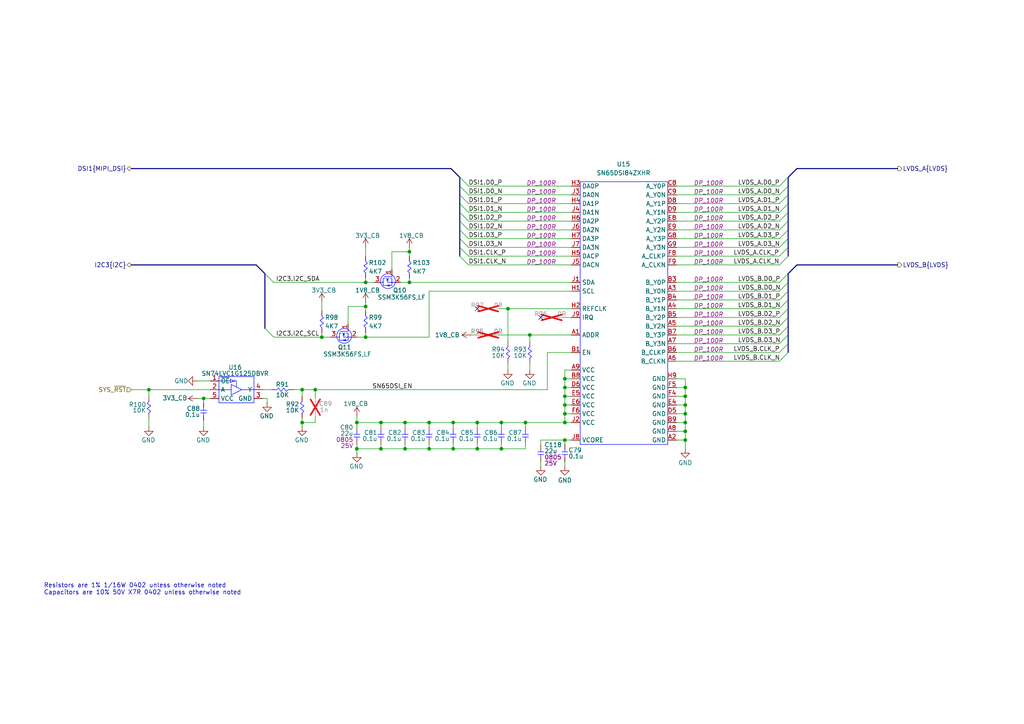
<source format=kicad_sch>
(kicad_sch (version 20250114) (generator "eeschema") (generator_version "9.0")
  (paper "A4")
  (title_block (title "RPI CMx Carrier") (date "2025-12-07") (rev "2.00-0A") (comment 1 "Jean-Francois Bilodeau") (comment 2 "P.Eng #6022173") (comment 3 "203-1690 Rue des quatre-saisons") (comment 4 "Sherbrooke, Canada, J1E0N2") (comment 5 "KiCad Rev 9.0") (comment 6 "TBD") (comment 7 "TBD") (comment 8 "WIP"))
  (bus_alias "LVDS" (members "D0_P" "D0_N" "D1_P" "D1_N" "D2_P" "D2_N" "D3_P" "D3_N" "CLK_P" "CLK_N"))
  (bus_alias "MIPI_DSI" (members "D0_P" "D0_N" "D1_P" "D1_N" "D2_P" "D2_N" "D3_P" "D3_N" "CLK_P" "CLK_N"))
  (text "Resistors are 1% 1/16W 0402 unless otherwise noted\nCapacitors are 10% 50V X7R 0402 unless otherwise noted" (at 12.7 170.942 0) (effects (font (size 1.27 1.27)) (justify left)))
  (junction (at 59.055 115.57))
  (junction (at 131.445 130.175))
  (junction (at 198.755 114.935))
  (junction (at 198.755 112.395))
  (junction (at 110.49 130.175))
  (junction (at 103.505 130.175))
  (junction (at 198.755 125.095))
  (junction (at 198.755 127.635))
  (junction (at 93.345 97.79))
  (junction (at 117.475 122.555))
  (junction (at 87.63 122.555))
  (junction (at 91.44 113.03))
  (junction (at 163.83 127.635))
  (junction (at 118.745 73.025))
  (junction (at 163.83 114.935))
  (junction (at 147.32 89.535))
  (junction (at 106.045 97.79))
  (junction (at 131.445 122.555))
  (junction (at 163.83 120.015))
  (junction (at 163.83 112.395))
  (junction (at 110.49 122.555))
  (junction (at 117.475 130.175))
  (junction (at 87.63 113.03))
  (junction (at 198.755 120.015))
  (junction (at 198.755 122.555))
  (junction (at 118.745 81.915))
  (junction (at 103.505 122.555))
  (junction (at 138.43 122.555))
  (junction (at 145.415 122.555))
  (junction (at 163.83 117.475))
  (junction (at 153.67 97.155))
  (junction (at 163.83 109.855))
  (junction (at 106.045 88.9))
  (junction (at 106.045 81.915))
  (junction (at 163.83 122.555))
  (junction (at 124.46 130.175))
  (junction (at 198.755 117.475))
  (junction (at 138.43 130.175))
  (junction (at 43.18 113.03))
  (junction (at 145.415 130.175))
  (junction (at 152.4 122.555))
  (junction (at 124.46 122.555))
  (no_connect (at 138.43 89.535))
  (no_connect (at 156.845 92.075))
  (bus_entry (at 133.35 64.135) (size 2.54 2.54))
  (bus_entry (at 228.6 89.535) (size -2.54 2.54))
  (bus_entry (at 133.35 51.435) (size 2.54 2.54))
  (bus_entry (at 76.835 95.25) (size 2.54 2.54))
  (bus_entry (at 133.35 69.215) (size 2.54 2.54))
  (bus_entry (at 228.6 69.215) (size -2.54 2.54))
  (bus_entry (at 76.835 79.375) (size 2.54 2.54))
  (bus_entry (at 228.6 64.135) (size -2.54 2.54))
  (bus_entry (at 228.6 71.755) (size -2.54 2.54))
  (bus_entry (at 133.35 71.755) (size 2.54 2.54))
  (bus_entry (at 228.6 79.375) (size -2.54 2.54))
  (bus_entry (at 228.6 97.155) (size -2.54 2.54))
  (bus_entry (at 228.6 92.075) (size -2.54 2.54))
  (bus_entry (at 228.6 74.295) (size -2.54 2.54))
  (bus_entry (at 133.35 53.975) (size 2.54 2.54))
  (bus_entry (at 133.35 59.055) (size 2.54 2.54))
  (bus_entry (at 133.35 74.295) (size 2.54 2.54))
  (bus_entry (at 228.6 99.695) (size -2.54 2.54))
  (bus_entry (at 228.6 53.975) (size -2.54 2.54))
  (bus_entry (at 228.6 94.615) (size -2.54 2.54))
  (bus_entry (at 133.35 61.595) (size 2.54 2.54))
  (bus_entry (at 228.6 56.515) (size -2.54 2.54))
  (bus_entry (at 226.06 53.975) (size 2.54 -2.54))
  (bus_entry (at 133.35 56.515) (size 2.54 2.54))
  (bus_entry (at 228.6 84.455) (size -2.54 2.54))
  (bus_entry (at 228.6 61.595) (size -2.54 2.54))
  (bus_entry (at 228.6 66.675) (size -2.54 2.54))
  (bus_entry (at 228.6 102.235) (size -2.54 2.54))
  (bus_entry (at 228.6 59.055) (size -2.54 2.54))
  (bus_entry (at 133.35 66.675) (size 2.54 2.54))
  (bus_entry (at 228.6 81.915) (size -2.54 2.54))
  (bus_entry (at 228.6 86.995) (size -2.54 2.54))
  (wire (pts (xy 196.215 74.295) (xy 226.06 74.295)))
  (wire (pts (xy 196.215 61.595) (xy 226.06 61.595)))
  (wire (pts (xy 196.215 64.135) (xy 226.06 64.135)))
  (wire (pts (xy 106.045 97.79) (xy 124.46 97.79)))
  (wire (pts (xy 165.735 102.235) (xy 158.75 102.235)))
  (wire (pts (xy 196.215 71.755) (xy 226.06 71.755)))
  (wire (pts (xy 196.215 66.675) (xy 226.06 66.675)))
  (wire (pts (xy 196.215 127.635) (xy 198.755 127.635)))
  (wire (pts (xy 198.755 120.015) (xy 198.755 122.555)))
  (wire (pts (xy 117.475 128.905) (xy 117.475 130.175)))
  (wire (pts (xy 106.045 87.63) (xy 106.045 88.9)))
  (bus (pts (xy 133.35 71.755) (xy 133.35 74.295)))
  (wire (pts (xy 135.89 74.295) (xy 165.735 74.295)))
  (wire (pts (xy 226.06 97.155) (xy 196.215 97.155)))
  (wire (pts (xy 138.43 123.825) (xy 138.43 122.555)))
  (wire (pts (xy 117.475 122.555) (xy 124.46 122.555)))
  (wire (pts (xy 59.055 115.57) (xy 60.96 115.57)))
  (wire (pts (xy 138.43 130.175) (xy 131.445 130.175)))
  (wire (pts (xy 135.89 53.975) (xy 165.735 53.975)))
  (wire (pts (xy 118.745 80.645) (xy 118.745 81.915)))
  (wire (pts (xy 196.215 76.835) (xy 226.06 76.835)))
  (wire (pts (xy 110.49 130.175) (xy 103.505 130.175)))
  (bus (pts (xy 38.1 48.895) (xy 130.81 48.895)))
  (bus (pts (xy 133.35 59.055) (xy 133.35 61.595)))
  (bus (pts (xy 228.6 51.435) (xy 228.6 53.975)))
  (wire (pts (xy 198.755 109.855) (xy 198.755 112.395)))
  (bus (pts (xy 76.835 79.375) (xy 76.835 95.25)))
  (wire (pts (xy 43.18 113.03) (xy 43.18 114.935)))
  (wire (pts (xy 135.89 71.755) (xy 165.735 71.755)))
  (bus (pts (xy 76.835 79.375) (xy 74.295 76.835)))
  (wire (pts (xy 145.415 128.905) (xy 145.415 130.175)))
  (wire (pts (xy 124.46 123.825) (xy 124.46 122.555)))
  (wire (pts (xy 163.83 117.475) (xy 165.735 117.475)))
  (wire (pts (xy 198.755 114.935) (xy 198.755 117.475)))
  (wire (pts (xy 124.46 130.175) (xy 117.475 130.175)))
  (wire (pts (xy 57.15 115.57) (xy 59.055 115.57)))
  (wire (pts (xy 79.375 81.915) (xy 106.045 81.915)))
  (wire (pts (xy 110.49 122.555) (xy 117.475 122.555)))
  (wire (pts (xy 118.745 81.915) (xy 165.735 81.915)))
  (bus (pts (xy 228.6 61.595) (xy 228.6 64.135)))
  (wire (pts (xy 106.045 88.9) (xy 106.045 90.17)))
  (wire (pts (xy 147.32 89.535) (xy 165.735 89.535)))
  (bus (pts (xy 133.35 69.215) (xy 133.35 71.755)))
  (wire (pts (xy 59.055 121.92) (xy 59.055 123.825)))
  (bus (pts (xy 231.14 76.835) (xy 260.35 76.835)))
  (bus (pts (xy 228.6 66.675) (xy 228.6 69.215)))
  (wire (pts (xy 145.415 130.175) (xy 138.43 130.175)))
  (wire (pts (xy 131.445 122.555) (xy 138.43 122.555)))
  (wire (pts (xy 100.965 93.98) (xy 100.965 88.9)))
  (wire (pts (xy 87.63 122.555) (xy 87.63 123.825)))
  (wire (pts (xy 118.745 73.025) (xy 118.745 74.295)))
  (wire (pts (xy 131.445 128.905) (xy 131.445 130.175)))
  (wire (pts (xy 135.89 76.835) (xy 165.735 76.835)))
  (wire (pts (xy 76.2 113.03) (xy 78.74 113.03)))
  (wire (pts (xy 145.415 123.825) (xy 145.415 122.555)))
  (bus (pts (xy 133.35 56.515) (xy 133.35 59.055)))
  (bus (pts (xy 228.6 81.915) (xy 228.6 84.455)))
  (wire (pts (xy 135.89 66.675) (xy 165.735 66.675)))
  (wire (pts (xy 152.4 128.905) (xy 152.4 130.175)))
  (wire (pts (xy 163.83 114.935) (xy 165.735 114.935)))
  (wire (pts (xy 144.78 97.155) (xy 153.67 97.155)))
  (bus (pts (xy 228.6 51.435) (xy 231.14 48.895)))
  (bus (pts (xy 133.35 61.595) (xy 133.35 64.135)))
  (wire (pts (xy 147.32 105.41) (xy 147.32 107.315)))
  (wire (pts (xy 77.47 115.57) (xy 77.47 116.84)))
  (bus (pts (xy 133.35 66.675) (xy 133.35 69.215)))
  (wire (pts (xy 85.09 113.03) (xy 87.63 113.03)))
  (bus (pts (xy 228.6 79.375) (xy 231.14 76.835)))
  (wire (pts (xy 153.67 105.41) (xy 153.67 107.315)))
  (wire (pts (xy 153.67 97.155) (xy 165.735 97.155)))
  (wire (pts (xy 117.475 123.825) (xy 117.475 122.555)))
  (wire (pts (xy 113.665 73.025) (xy 118.745 73.025)))
  (bus (pts (xy 228.6 97.155) (xy 228.6 99.695)))
  (wire (pts (xy 136.525 97.155) (xy 138.43 97.155)))
  (wire (pts (xy 198.755 125.095) (xy 198.755 127.635)))
  (wire (pts (xy 135.89 59.055) (xy 165.735 59.055)))
  (wire (pts (xy 156.845 127.635) (xy 156.845 128.905)))
  (wire (pts (xy 93.345 97.79) (xy 93.345 96.52)))
  (wire (pts (xy 196.215 114.935) (xy 198.755 114.935)))
  (wire (pts (xy 103.505 120.65) (xy 103.505 122.555)))
  (wire (pts (xy 152.4 130.175) (xy 145.415 130.175)))
  (wire (pts (xy 43.18 121.285) (xy 43.18 123.825)))
  (wire (pts (xy 163.83 109.855) (xy 163.83 112.395)))
  (wire (pts (xy 158.75 102.235) (xy 158.75 113.03)))
  (bus (pts (xy 228.6 59.055) (xy 228.6 61.595)))
  (wire (pts (xy 163.83 135.255) (xy 163.83 133.985)))
  (wire (pts (xy 226.06 94.615) (xy 196.215 94.615)))
  (wire (pts (xy 165.735 112.395) (xy 163.83 112.395)))
  (wire (pts (xy 226.06 81.915) (xy 196.215 81.915)))
  (bus (pts (xy 228.6 86.995) (xy 228.6 89.535)))
  (wire (pts (xy 163.83 127.635) (xy 163.83 128.905)))
  (wire (pts (xy 226.06 102.235) (xy 196.215 102.235)))
  (wire (pts (xy 135.89 69.215) (xy 165.735 69.215)))
  (wire (pts (xy 106.045 81.915) (xy 106.045 80.645)))
  (wire (pts (xy 38.1 113.03) (xy 43.18 113.03)))
  (wire (pts (xy 226.06 84.455) (xy 196.215 84.455)))
  (wire (pts (xy 117.475 130.175) (xy 110.49 130.175)))
  (wire (pts (xy 91.44 120.65) (xy 91.44 122.555)))
  (wire (pts (xy 163.195 92.075) (xy 165.735 92.075)))
  (wire (pts (xy 110.49 128.905) (xy 110.49 130.175)))
  (wire (pts (xy 163.83 112.395) (xy 163.83 114.935)))
  (bus (pts (xy 38.1 76.835) (xy 74.295 76.835)))
  (wire (pts (xy 76.2 115.57) (xy 77.47 115.57)))
  (wire (pts (xy 198.755 117.475) (xy 198.755 120.015)))
  (wire (pts (xy 196.215 69.215) (xy 226.06 69.215)))
  (wire (pts (xy 163.83 120.015) (xy 163.83 122.555)))
  (wire (pts (xy 87.63 121.285) (xy 87.63 122.555)))
  (bus (pts (xy 228.6 56.515) (xy 228.6 59.055)))
  (wire (pts (xy 147.32 89.535) (xy 147.32 99.06)))
  (bus (pts (xy 133.35 51.435) (xy 133.35 53.975)))
  (wire (pts (xy 124.46 84.455) (xy 165.735 84.455)))
  (bus (pts (xy 228.6 99.695) (xy 228.6 102.235)))
  (wire (pts (xy 196.215 56.515) (xy 226.06 56.515)))
  (wire (pts (xy 145.415 122.555) (xy 152.4 122.555)))
  (wire (pts (xy 91.44 122.555) (xy 87.63 122.555)))
  (wire (pts (xy 196.215 109.855) (xy 198.755 109.855)))
  (wire (pts (xy 196.215 112.395) (xy 198.755 112.395)))
  (wire (pts (xy 163.83 127.635) (xy 165.735 127.635)))
  (wire (pts (xy 116.205 81.915) (xy 118.745 81.915)))
  (bus (pts (xy 133.35 51.435) (xy 130.81 48.895)))
  (wire (pts (xy 163.83 122.555) (xy 152.4 122.555)))
  (bus (pts (xy 231.14 48.895) (xy 260.35 48.895)))
  (wire (pts (xy 103.505 131.445) (xy 103.505 130.175)))
  (wire (pts (xy 226.06 86.995) (xy 196.215 86.995)))
  (wire (pts (xy 135.89 64.135) (xy 165.735 64.135)))
  (wire (pts (xy 163.83 107.315) (xy 163.83 109.855)))
  (wire (pts (xy 91.44 113.03) (xy 91.44 115.57)))
  (bus (pts (xy 228.6 79.375) (xy 228.6 81.915)))
  (wire (pts (xy 226.06 99.695) (xy 196.215 99.695)))
  (wire (pts (xy 196.215 53.975) (xy 226.06 53.975)))
  (wire (pts (xy 91.44 113.03) (xy 158.75 113.03)))
  (wire (pts (xy 226.06 89.535) (xy 196.215 89.535)))
  (wire (pts (xy 57.15 110.49) (xy 60.96 110.49)))
  (wire (pts (xy 103.505 122.555) (xy 110.49 122.555)))
  (wire (pts (xy 163.83 120.015) (xy 165.735 120.015)))
  (wire (pts (xy 138.43 122.555) (xy 145.415 122.555)))
  (wire (pts (xy 110.49 122.555) (xy 110.49 123.825)))
  (bus (pts (xy 228.6 64.135) (xy 228.6 66.675)))
  (wire (pts (xy 95.885 97.79) (xy 93.345 97.79)))
  (bus (pts (xy 228.6 84.455) (xy 228.6 86.995)))
  (wire (pts (xy 103.505 130.175) (xy 103.505 128.905)))
  (wire (pts (xy 198.755 112.395) (xy 198.755 114.935)))
  (wire (pts (xy 100.965 88.9) (xy 106.045 88.9)))
  (wire (pts (xy 131.445 123.825) (xy 131.445 122.555)))
  (wire (pts (xy 113.665 78.105) (xy 113.665 73.025)))
  (wire (pts (xy 196.215 122.555) (xy 198.755 122.555)))
  (wire (pts (xy 59.055 116.84) (xy 59.055 115.57)))
  (wire (pts (xy 226.06 104.775) (xy 196.215 104.775)))
  (wire (pts (xy 163.83 122.555) (xy 165.735 122.555)))
  (wire (pts (xy 198.755 122.555) (xy 198.755 125.095)))
  (bus (pts (xy 228.6 69.215) (xy 228.6 71.755)))
  (bus (pts (xy 133.35 64.135) (xy 133.35 66.675)))
  (bus (pts (xy 228.6 89.535) (xy 228.6 92.075)))
  (bus (pts (xy 133.35 53.975) (xy 133.35 56.515)))
  (wire (pts (xy 106.045 71.755) (xy 106.045 74.295)))
  (bus (pts (xy 228.6 92.075) (xy 228.6 94.615)))
  (wire (pts (xy 196.215 125.095) (xy 198.755 125.095)))
  (wire (pts (xy 226.06 92.075) (xy 196.215 92.075)))
  (wire (pts (xy 131.445 130.175) (xy 124.46 130.175)))
  (wire (pts (xy 156.845 127.635) (xy 163.83 127.635)))
  (wire (pts (xy 103.505 122.555) (xy 103.505 123.825)))
  (wire (pts (xy 135.89 61.595) (xy 165.735 61.595)))
  (wire (pts (xy 196.215 120.015) (xy 198.755 120.015)))
  (bus (pts (xy 228.6 71.755) (xy 228.6 74.295)))
  (wire (pts (xy 93.345 87.63) (xy 93.345 90.17)))
  (wire (pts (xy 43.18 113.03) (xy 60.96 113.03)))
  (wire (pts (xy 196.215 59.055) (xy 226.06 59.055)))
  (wire (pts (xy 196.215 117.475) (xy 198.755 117.475)))
  (wire (pts (xy 156.845 135.255) (xy 156.845 133.985)))
  (wire (pts (xy 153.67 99.06) (xy 153.67 97.155)))
  (wire (pts (xy 165.735 109.855) (xy 163.83 109.855)))
  (wire (pts (xy 87.63 113.03) (xy 87.63 114.935)))
  (wire (pts (xy 152.4 122.555) (xy 152.4 123.825)))
  (wire (pts (xy 108.585 81.915) (xy 106.045 81.915)))
  (wire (pts (xy 138.43 128.905) (xy 138.43 130.175)))
  (wire (pts (xy 163.83 117.475) (xy 163.83 114.935)))
  (wire (pts (xy 87.63 113.03) (xy 91.44 113.03)))
  (bus (pts (xy 228.6 94.615) (xy 228.6 97.155)))
  (wire (pts (xy 135.89 56.515) (xy 165.735 56.515)))
  (wire (pts (xy 118.745 71.755) (xy 118.745 73.025)))
  (wire (pts (xy 103.505 97.79) (xy 106.045 97.79)))
  (wire (pts (xy 163.83 117.475) (xy 163.83 120.015)))
  (wire (pts (xy 106.045 96.52) (xy 106.045 97.79)))
  (wire (pts (xy 124.46 128.905) (xy 124.46 130.175)))
  (wire (pts (xy 124.46 122.555) (xy 131.445 122.555)))
  (wire (pts (xy 165.735 107.315) (xy 163.83 107.315)))
  (wire (pts (xy 79.375 97.79) (xy 93.345 97.79)))
  (wire (pts (xy 198.755 127.635) (xy 198.755 130.175)))
  (bus (pts (xy 228.6 53.975) (xy 228.6 56.515)))
  (wire (pts (xy 124.46 97.79) (xy 124.46 84.455)))
  (wire (pts (xy 144.78 89.535) (xy 147.32 89.535)))
  (label "I2C3.I2C_SCL" (at 80.01 97.79 0))
  (label "DSI1.D1_P" (at 135.89 59.055 0) (property "Netclass" "DP_100R" (at 152.654 58.166 0) (effects (font (italic yes)) (justify left))))
  (label "LVDS_A.CLK_P" (at 212.725 74.295 0) (property "Netclass" "DP_100R" (at 201.168 73.406 0) (effects (font (italic yes)) (justify left))))
  (label "LVDS_B.D3_P" (at 213.995 97.155 0) (property "Netclass" "DP_100R" (at 201.168 96.266 0) (effects (font (italic yes)) (justify left))))
  (label "LVDS_A.D0_N" (at 213.995 56.515 0) (property "Netclass" "DP_100R" (at 201.168 55.626 0) (effects (font (italic yes)) (justify left))))
  (label "DSI1.D3_P" (at 135.89 69.215 0) (property "Netclass" "DP_100R" (at 152.654 68.326 0) (effects (font (italic yes)) (justify left))))
  (label "LVDS_A.CLK_N" (at 212.725 76.835 0) (property "Netclass" "DP_100R" (at 201.168 75.946 0) (effects (font (italic yes)) (justify left))))
  (label "DSI1.CLK_N" (at 135.89 76.835 0) (property "Netclass" "DP_100R" (at 152.654 75.946 0) (effects (font (italic yes)) (justify left))))
  (label "DSI1.CLK_P" (at 135.89 74.295 0) (property "Netclass" "DP_100R" (at 152.654 73.406 0) (effects (font (italic yes)) (justify left))))
  (label "LVDS_A.D1_N" (at 213.995 61.595 0) (property "Netclass" "DP_100R" (at 201.168 60.706 0) (effects (font (italic yes)) (justify left))))
  (label "LVDS_B.D0_P" (at 213.995 81.915 0) (property "Netclass" "DP_100R" (at 201.168 81.026 0) (effects (font (italic yes)) (justify left))))
  (label "LVDS_B.D1_N" (at 213.995 89.535 0) (property "Netclass" "DP_100R" (at 201.168 88.646 0) (effects (font (italic yes)) (justify left))))
  (label "LVDS_A.D2_P" (at 213.995 64.135 0) (property "Netclass" "DP_100R" (at 201.168 63.246 0) (effects (font (italic yes)) (justify left))))
  (label "LVDS_B.D3_N" (at 213.995 99.695 0) (property "Netclass" "DP_100R" (at 201.168 98.806 0) (effects (font (italic yes)) (justify left))))
  (label "LVDS_A.D2_N" (at 213.995 66.675 0) (property "Netclass" "DP_100R" (at 201.168 65.786 0) (effects (font (italic yes)) (justify left))))
  (label "LVDS_A.D3_P" (at 213.995 69.215 0) (property "Netclass" "DP_100R" (at 201.168 68.326 0) (effects (font (italic yes)) (justify left))))
  (label "DSI1.D2_N" (at 135.89 66.675 0) (property "Netclass" "DP_100R" (at 152.654 65.786 0) (effects (font (italic yes)) (justify left))))
  (label "I2C3.I2C_SDA" (at 80.01 81.915 0))
  (label "LVDS_A.D1_P" (at 213.995 59.055 0) (property "Netclass" "DP_100R" (at 201.168 58.166 0) (effects (font (italic yes)) (justify left))))
  (label "DSI1.D1_N" (at 135.89 61.595 0) (property "Netclass" "DP_100R" (at 152.654 60.706 0) (effects (font (italic yes)) (justify left))))
  (label "LVDS_B.CLK_N" (at 212.725 104.775 0) (property "Netclass" "DP_100R" (at 201.168 103.886 0) (effects (font (italic yes)) (justify left))))
  (label "LVDS_B.CLK_P" (at 212.725 102.235 0) (property "Netclass" "DP_100R" (at 201.168 101.346 0) (effects (font (italic yes)) (justify left))))
  (label "LVDS_B.D1_P" (at 213.995 86.995 0) (property "Netclass" "DP_100R" (at 201.168 86.106 0) (effects (font (italic yes)) (justify left))))
  (label "DSI1.D3_N" (at 135.89 71.755 0) (property "Netclass" "DP_100R" (at 152.654 70.866 0) (effects (font (italic yes)) (justify left))))
  (label "LVDS_B.D2_N" (at 213.995 94.615 0) (property "Netclass" "DP_100R" (at 201.168 93.726 0) (effects (font (italic yes)) (justify left))))
  (label "LVDS_A.D3_N" (at 213.995 71.755 0) (property "Netclass" "DP_100R" (at 201.168 70.866 0) (effects (font (italic yes)) (justify left))))
  (label "SN65DSI_EN" (at 107.95 113.03 0))
  (label "DSI1.D2_P" (at 135.89 64.135 0) (property "Netclass" "DP_100R" (at 152.654 63.246 0) (effects (font (italic yes)) (justify left))))
  (label "DSI1.D0_P" (at 135.89 53.975 0) (property "Netclass" "DP_100R" (at 152.654 53.086 0) (effects (font (italic yes)) (justify left))))
  (label "LVDS_B.D2_P" (at 213.995 92.075 0) (property "Netclass" "DP_100R" (at 201.168 91.186 0) (effects (font (italic yes)) (justify left))))
  (label "LVDS_B.D0_N" (at 213.995 84.455 0) (property "Netclass" "DP_100R" (at 201.168 83.566 0) (effects (font (italic yes)) (justify left))))
  (label "LVDS_A.D0_P" (at 213.995 53.975 0) (property "Netclass" "DP_100R" (at 201.168 53.086 0) (effects (font (italic yes)) (justify left))))
  (label "DSI1.D0_N" (at 135.89 56.515 0) (property "Netclass" "DP_100R" (at 152.654 55.626 0) (effects (font (italic yes)) (justify left))))
  (hierarchical_label "SYS_~{RST}" (shape input) (at 38.1 113.03 180))
  (hierarchical_label "I2C3{I2C}" (shape bidirectional) (at 38.1 76.835 180))
  (hierarchical_label "DSI1{MIPI_DSI}" (shape bidirectional) (at 38.1 48.895 180))
  (hierarchical_label "LVDS_A{LVDS}" (shape output) (at 260.35 48.895 0))
  (hierarchical_label "LVDS_B{LVDS}" (shape output) (at 260.35 76.835 0))
  (symbol (lib_id "KicadCompDb:Resistors/RES_SMT_00001") (at 139.7 89.535 0) (unit 1) (dnp yes)
    (property "Reference" "R97" (at 138.43 88.519 0))
    (property "Value" "0R" (at 144.526 88.519 0))
    (property "Footprint" "footprint:RES_0402" (effects (hide yes)))
    (property "Datasheet" "https://www.yageogroup.com/content/datasheet/asset/file/PYU-RC_GROUP_51_ROHS_L" (effects (hide yes)))
    (property "Description" "RES 0 OHM JUMPER 1/16W 0402" (effects (hide yes)))
    (property "Tolerance" "1%" (effects (hide yes)))
    (property "Power" "1/16W" (effects (hide yes)))
    (property "Package" "0402" (effects (hide yes)))
    (property "Manufacturer" "YAGEO" (effects (hide yes)))
    (property "Manufacturer Part Number" "RC0402FR-071KL" (effects (hide yes)))
    (property "Distributor" "DigiKey" (effects (hide yes)))
    (property "Distributor Part Number" "311-0.0JRCT-ND" (effects (hide yes)))
    (property "Temperature Coefficient" "±100ppm/°C" (effects (hide yes)))
    (property "Operating Temperature" "-55°C ~ 155°C" (effects (hide yes)))
    (property "Type" "RES SMT" (effects (hide yes)))
    (property "Dimensions" "1.00mm x 0.50mm" (effects (hide yes)))
  )
  (symbol (lib_id "KicadCompDb:Capacitors/CAP_CER_SMT_00001") (at 138.43 128.905 270) (mirror x) (unit 1)
    (property "Reference" "C85" (at 137.414 125.476 90) (effects (justify right)))
    (property "Value" "0.1u" (at 137.414 127.254 90) (effects (justify right)))
    (property "Footprint" "footprint:CAP_NONPOL_0402" (effects (hide yes)))
    (property "Datasheet" "https://search.murata.co.jp/Ceramy/image/img/A01X/G101/ENG/GRM155R71H104KE14-01.pdf" (effects (hide yes)))
    (property "Description" "CAP CER 0.1UF 50V X7R 0402" (effects (hide yes)))
    (property "Tolerance" "±10%" (effects (hide yes)))
    (property "Dielectric" "X7R" (effects (hide yes)))
    (property "Package" "0402" (effects (hide yes)))
    (property "Operating Temperature" "-55°C ~ 125°C" (effects (hide yes)))
    (property "Voltage Rating" "50V" (effects (hide yes)))
    (property "Manufacturer" "Murata Electronics" (effects (hide yes)))
    (property "Manufacturer Part Number" "GRM155R71H104KE14D" (effects (hide yes)))
    (property "Distributor" "DigiKey" (effects (hide yes)))
    (property "Distributor Part Number" "490-10700-1-ND" (effects (hide yes)))
    (property "Type" "CER SMT" (effects (hide yes)))
    (property "Dimensions" "1.00mm x 0.50mm" (effects (hide yes)))
  )
  (symbol (lib_id "KicadCompDb:Capacitors/CAP_CER_SMT_00001") (at 117.475 128.905 270) (mirror x) (unit 1)
    (property "Reference" "C82" (at 116.459 125.476 90) (effects (justify right)))
    (property "Value" "0.1u" (at 116.459 127.254 90) (effects (justify right)))
    (property "Footprint" "footprint:CAP_NONPOL_0402" (effects (hide yes)))
    (property "Datasheet" "https://search.murata.co.jp/Ceramy/image/img/A01X/G101/ENG/GRM155R71H104KE14-01.pdf" (effects (hide yes)))
    (property "Description" "CAP CER 0.1UF 50V X7R 0402" (effects (hide yes)))
    (property "Tolerance" "±10%" (effects (hide yes)))
    (property "Dielectric" "X7R" (effects (hide yes)))
    (property "Package" "0402" (effects (hide yes)))
    (property "Operating Temperature" "-55°C ~ 125°C" (effects (hide yes)))
    (property "Voltage Rating" "50V" (effects (hide yes)))
    (property "Manufacturer" "Murata Electronics" (effects (hide yes)))
    (property "Manufacturer Part Number" "GRM155R71H104KE14D" (effects (hide yes)))
    (property "Distributor" "DigiKey" (effects (hide yes)))
    (property "Distributor Part Number" "490-10700-1-ND" (effects (hide yes)))
    (property "Type" "CER SMT" (effects (hide yes)))
    (property "Dimensions" "1.00mm x 0.50mm" (effects (hide yes)))
  )
  (symbol (lib_id "KiCad_Pwr_Symbols:GND") (at 43.18 123.825 0) (unit 1)
    (property "Reference" "#PWR0138" (effects (hide yes)))
    (property "Value" "GND" (at 43.053 127.635 0))
    (property "Description" "Power symbol creates a global label with name \"GND\" , ground" (effects (hide yes)))
  )
  (symbol (lib_id "KicadCompDb:Capacitors/CAP_CER_SMT_00005") (at 91.44 120.65 90) (unit 1) (dnp yes)
    (property "Reference" "C89" (at 92.456 117.094 90) (effects (justify right)))
    (property "Value" "1n" (at 92.71 118.872 90) (effects (justify right)))
    (property "Footprint" "footprint:CAP_NONPOL_0402" (effects (hide yes)))
    (property "Datasheet" "https://search.murata.co.jp/Ceramy/image/img/A01X/G101/ENG/GRM1555C1H102JA01-01.pdf" (effects (hide yes)))
    (property "Description" "CAP CER 1000PF 50V C0G/NP0 0402" (effects (hide yes)))
    (property "Tolerance" "±5%" (effects (hide yes)))
    (property "Dielectric" "C0G" (effects (hide yes)))
    (property "Package" "0402" (effects (hide yes)))
    (property "Operating Temperature" "-55°C ~ 125°C" (effects (hide yes)))
    (property "Voltage Rating" "50V" (effects (hide yes)))
    (property "Manufacturer" "Murata Electronics" (effects (hide yes)))
    (property "Manufacturer Part Number" "GRM1555C1H102JA01D" (effects (hide yes)))
    (property "Distributor" "DigiKey" (effects (hide yes)))
    (property "Distributor Part Number" "490-3244-1-ND" (effects (hide yes)))
    (property "Type" "CER SMT" (effects (hide yes)))
    (property "Dimensions" "1.00mm x 0.50mm" (effects (hide yes)))
  )
  (symbol (lib_id "KiCad_Pwr_Symbols:GND") (at 156.845 135.255 0) (unit 1)
    (property "Reference" "#PWR0121" (effects (hide yes)))
    (property "Value" "GND" (at 156.718 139.065 0))
    (property "Description" "Power symbol creates a global label with name \"GND\" , ground" (effects (hide yes)))
  )
  (symbol (lib_id "KicadCompDb:Mosfet/MOSFET_00002") (at 113.665 78.105 90) (mirror x) (unit 1)
    (property "Reference" "Q10" (at 115.951 84.201 90))
    (property "Value" "SSM3K56FS,LF" (at 116.459 86.233 90))
    (property "Footprint" "footprint:SC-75" (effects (hide yes)))
    (property "Datasheet" "https://toshiba.semicon-storage.com/info/docget.jsp?did=13419&prodName=SSM3K56FS" (effects (hide yes)))
    (property "Description" "MOSFET N-CH 20V 800MA SSM" (effects (hide yes)))
    (property "VDS" "20V" (effects (hide yes)))
    (property "Package" "SC-75" (effects (hide yes)))
    (property "Type" "NFET" (effects (hide yes)))
    (property "I(drain)" "0.8A" (effects (hide yes)))
    (property "VGS(th)" "1V" (effects (hide yes)))
    (property "RDS(on)" "0.235Ohm" (effects (hide yes)))
    (property "Power" "0.15W" (effects (hide yes)))
    (property "Operating Temperature" "-55°C ~ 150°C" (effects (hide yes)))
    (property "Dimensions" "1.60mm x 1.60mm" (effects (hide yes)))
    (property "Manufacturer" "Toshiba Semiconductor and Storage" (effects (hide yes)))
    (property "Manufacturer Part Number" "SSM3K56FS,LF" (effects (hide yes)))
    (property "Distributor" "DigiKey" (effects (hide yes)))
    (property "Distributor Part Number" "264-SSM3K56FS,LFCT-ND" (effects (hide yes)))
  )
  (symbol (lib_id "KicadCompDb:Interface/INTRFX_00001") (at 168.275 52.705 0) (unit 1)
    (property "Reference" "U15" (at 180.848 47.625 0))
    (property "Value" "SN65DSI84ZXHR" (at 180.848 50.165 0))
    (property "Footprint" "footprint:NFBGA-64" (effects (hide yes)))
    (property "Datasheet" "https://www.ti.com/lit/ds/symlink/sn65dsi84.pdf" (effects (hide yes)))
    (property "Description" "MIPI DSI BRIDGE TO FLATLINK LVDS" (effects (hide yes)))
    (property "Manufacturer" "Texas Instruments" (effects (hide yes)))
    (property "Manufacturer Part Number" "SN65DSI84ZXHR" (effects (hide yes)))
    (property "Distributor" "DigiKey" (effects (hide yes)))
    (property "Distributor Part Number" "296-SN65DSI84ZXHRCT-ND" (effects (hide yes)))
    (property "Package" "64-NFBGA" (effects (hide yes)))
    (property "Dimensions" "5.0mm x 5.0mm" (effects (hide yes)))
    (property "Type" "BRIDGE" (effects (hide yes)))
    (property "Input" "MIPI-DSI" (effects (hide yes)))
    (property "Output" "LVDS" (effects (hide yes)))
    (property "Supply Voltage" "1.65V ~ 1.95V" (effects (hide yes)))
    (property "Operating Temperature" "-40°C ~ 85°C" (effects (hide yes)))
  )
  (symbol (lib_id "KicadCompDb:Resistors/RES_SMT_00013") (at 147.32 104.14 270) (mirror x) (unit 1)
    (property "Reference" "R94" (at 144.526 101.346 90))
    (property "Value" "10K" (at 144.526 103.124 90))
    (property "Footprint" "footprint:RES_0402" (effects (hide yes)))
    (property "Datasheet" "https://www.yageogroup.com/content/datasheet/asset/file/PYU-RC_GROUP_51_ROHS_L" (effects (hide yes)))
    (property "Description" "RES 10K OHM 1% 1/16W 0402" (effects (hide yes)))
    (property "Tolerance" "1%" (effects (hide yes)))
    (property "Power" "1/16W" (effects (hide yes)))
    (property "Package" "0402" (effects (hide yes)))
    (property "Manufacturer" "YAGEO" (effects (hide yes)))
    (property "Manufacturer Part Number" "RC0402FR-0710KL" (effects (hide yes)))
    (property "Distributor" "DigiKey" (effects (hide yes)))
    (property "Distributor Part Number" "311-10.0KLRCT-ND" (effects (hide yes)))
    (property "Temperature Coefficient" "±100ppm/°C" (effects (hide yes)))
    (property "Operating Temperature" "-55°C ~ 155°C" (effects (hide yes)))
    (property "Type" "RES SMT" (effects (hide yes)))
    (property "Dimensions" "1.00mm x 0.50mm" (effects (hide yes)))
  )
  (symbol (lib_id "KicadCompDb:Resistors/RES_SMT_00013") (at 83.82 113.03 180) (unit 1)
    (property "Reference" "R91" (at 81.915 111.506 0))
    (property "Value" "10K" (at 81.915 114.554 0))
    (property "Footprint" "footprint:RES_0402" (effects (hide yes)))
    (property "Datasheet" "https://www.yageogroup.com/content/datasheet/asset/file/PYU-RC_GROUP_51_ROHS_L" (effects (hide yes)))
    (property "Description" "RES 10K OHM 1% 1/16W 0402" (effects (hide yes)))
    (property "Tolerance" "1%" (effects (hide yes)))
    (property "Power" "1/16W" (effects (hide yes)))
    (property "Package" "0402" (effects (hide yes)))
    (property "Manufacturer" "YAGEO" (effects (hide yes)))
    (property "Manufacturer Part Number" "RC0402FR-0710KL" (effects (hide yes)))
    (property "Distributor" "DigiKey" (effects (hide yes)))
    (property "Distributor Part Number" "311-10.0KLRCT-ND" (effects (hide yes)))
    (property "Temperature Coefficient" "±100ppm/°C" (effects (hide yes)))
    (property "Operating Temperature" "-55°C ~ 155°C" (effects (hide yes)))
    (property "Type" "RES SMT" (effects (hide yes)))
    (property "Dimensions" "1.00mm x 0.50mm" (effects (hide yes)))
  )
  (symbol (lib_id "KiCad_Pwr_Symbols:GND") (at 147.32 107.315 0) (unit 1)
    (property "Reference" "#PWR0131" (effects (hide yes)))
    (property "Value" "GND" (at 147.193 111.125 0))
    (property "Description" "Power symbol creates a global label with name \"GND\" , ground" (effects (hide yes)))
  )
  (symbol (lib_id "KiCad_Pwr_Symbols:+3V3") (at 106.045 87.63 0) (unit 1)
    (property "Reference" "#PWR0133" (effects (hide yes)))
    (property "Value" "1V8_CB" (at 102.997 84.201 0) (effects (justify left)))
    (property "Description" "Power symbol creates a global label with name \"+3V3\"" (effects (hide yes)))
  )
  (symbol (lib_id "KiCad_Pwr_Symbols:+3V3") (at 57.15 115.57 90) (unit 1)
    (property "Reference" "#PWR0128" (effects (hide yes)))
    (property "Value" "3V3_CB" (at 54.356 115.443 90) (effects (justify left)))
    (property "Description" "Power symbol creates a global label with name \"+3V3\"" (effects (hide yes)))
  )
  (symbol (lib_id "KiCad_Pwr_Symbols:+3V3") (at 118.745 71.755 0) (unit 1)
    (property "Reference" "#PWR0136" (effects (hide yes)))
    (property "Value" "1V8_CB" (at 115.697 68.326 0) (effects (justify left)))
    (property "Description" "Power symbol creates a global label with name \"+3V3\"" (effects (hide yes)))
  )
  (symbol (lib_id "KicadCompDb:Resistors/RES_SMT_00001") (at 139.7 97.155 0) (unit 1) (dnp yes)
    (property "Reference" "R95" (at 138.43 96.139 0))
    (property "Value" "0R" (at 144.526 96.139 0))
    (property "Footprint" "footprint:RES_0402" (effects (hide yes)))
    (property "Datasheet" "https://www.yageogroup.com/content/datasheet/asset/file/PYU-RC_GROUP_51_ROHS_L" (effects (hide yes)))
    (property "Description" "RES 0 OHM JUMPER 1/16W 0402" (effects (hide yes)))
    (property "Tolerance" "1%" (effects (hide yes)))
    (property "Power" "1/16W" (effects (hide yes)))
    (property "Package" "0402" (effects (hide yes)))
    (property "Manufacturer" "YAGEO" (effects (hide yes)))
    (property "Manufacturer Part Number" "RC0402FR-071KL" (effects (hide yes)))
    (property "Distributor" "DigiKey" (effects (hide yes)))
    (property "Distributor Part Number" "311-0.0JRCT-ND" (effects (hide yes)))
    (property "Temperature Coefficient" "±100ppm/°C" (effects (hide yes)))
    (property "Operating Temperature" "-55°C ~ 155°C" (effects (hide yes)))
    (property "Type" "RES SMT" (effects (hide yes)))
    (property "Dimensions" "1.00mm x 0.50mm" (effects (hide yes)))
  )
  (symbol (lib_id "KicadCompDb:Resistors/RES_SMT_00010") (at 118.745 79.375 90) (unit 1)
    (property "Reference" "R103" (at 119.634 76.2 90) (effects (justify right)))
    (property "Value" "4K7" (at 119.634 78.74 90) (effects (justify right)))
    (property "Footprint" "footprint:RES_0402" (effects (hide yes)))
    (property "Datasheet" "https://www.yageogroup.com/content/datasheet/asset/file/PYU-RC_GROUP_51_ROHS_L" (effects (hide yes)))
    (property "Description" "RES 4.7K OHM 1% 1/16W 0402" (effects (hide yes)))
    (property "Tolerance" "1%" (effects (hide yes)))
    (property "Power" "1/16W" (effects (hide yes)))
    (property "Package" "0402" (effects (hide yes)))
    (property "Manufacturer" "YAGEO" (effects (hide yes)))
    (property "Manufacturer Part Number" "RC0402FR-074K7L" (effects (hide yes)))
    (property "Distributor" "DigiKey" (effects (hide yes)))
    (property "Distributor Part Number" "311-4.7KLRCT-ND" (effects (hide yes)))
    (property "Temperature Coefficient" "±100ppm/°C" (effects (hide yes)))
    (property "Operating Temperature" "-55°C ~ 155°C" (effects (hide yes)))
    (property "Type" "RES SMT" (effects (hide yes)))
    (property "Dimensions" "1.00mm x 0.50mm" (effects (hide yes)))
  )
  (symbol (lib_id "KiCad_Pwr_Symbols:GND") (at 198.755 130.175 0) (unit 1)
    (property "Reference" "#PWR0137" (effects (hide yes)))
    (property "Value" "GND" (at 198.755 134.239 0))
    (property "Description" "Power symbol creates a global label with name \"GND\" , ground" (effects (hide yes)))
  )
  (symbol (lib_id "KiCad_Pwr_Symbols:+3V3") (at 93.345 87.63 0) (unit 1)
    (property "Reference" "#PWR0134" (effects (hide yes)))
    (property "Value" "3V3_CB" (at 90.297 84.201 0) (effects (justify left)))
    (property "Description" "Power symbol creates a global label with name \"+3V3\"" (effects (hide yes)))
  )
  (symbol (lib_id "KicadCompDb:Resistors/RES_SMT_00013") (at 87.63 120.015 270) (mirror x) (unit 1)
    (property "Reference" "R92" (at 84.836 117.221 90))
    (property "Value" "10K" (at 84.836 118.999 90))
    (property "Footprint" "footprint:RES_0402" (effects (hide yes)))
    (property "Datasheet" "https://www.yageogroup.com/content/datasheet/asset/file/PYU-RC_GROUP_51_ROHS_L" (effects (hide yes)))
    (property "Description" "RES 10K OHM 1% 1/16W 0402" (effects (hide yes)))
    (property "Tolerance" "1%" (effects (hide yes)))
    (property "Power" "1/16W" (effects (hide yes)))
    (property "Package" "0402" (effects (hide yes)))
    (property "Manufacturer" "YAGEO" (effects (hide yes)))
    (property "Manufacturer Part Number" "RC0402FR-0710KL" (effects (hide yes)))
    (property "Distributor" "DigiKey" (effects (hide yes)))
    (property "Distributor Part Number" "311-10.0KLRCT-ND" (effects (hide yes)))
    (property "Temperature Coefficient" "±100ppm/°C" (effects (hide yes)))
    (property "Operating Temperature" "-55°C ~ 155°C" (effects (hide yes)))
    (property "Type" "RES SMT" (effects (hide yes)))
    (property "Dimensions" "1.00mm x 0.50mm" (effects (hide yes)))
  )
  (symbol (lib_id "KicadCompDb:Capacitors/CAP_CER_SMT_00011") (at 156.845 133.985 90) (unit 1)
    (property "Reference" "C118" (at 157.861 129.032 90) (effects (justify right)))
    (property "Value" "22u" (at 157.861 130.81 90) (effects (justify right)))
    (property "Footprint" "footprint:CAP_NONPOL_0805" (effects (hide yes)))
    (property "Datasheet" "https://mm.digikey.com/Volume0/opasdata/d220001/medias/docus/339/CL21A226MAYNNNE_Spec.pdf" (effects (hide yes)))
    (property "Description" "CAP CER 22UF 25V X5R 0805" (effects (hide yes)))
    (property "Tolerance" "±20%" (effects (hide yes)))
    (property "Dielectric" "X5R" (effects (hide yes)))
    (property "Package" "0805" (at 157.861 132.588 90) (effects (justify right)))
    (property "Operating Temperature" "-55°C ~ 85°C" (effects (hide yes)))
    (property "Voltage Rating" "25V" (at 157.861 134.366 90) (effects (justify right)))
    (property "Manufacturer" "Samsung Electro-Mechanics" (effects (hide yes)))
    (property "Manufacturer Part Number" "CL21A226MAYNNNE" (effects (hide yes)))
    (property "Distributor" "DigiKey" (effects (hide yes)))
    (property "Distributor Part Number" "1276-CL21A226MAYNNNECT-ND" (effects (hide yes)))
    (property "Type" "CER SMT" (effects (hide yes)))
    (property "Dimensions" "2.00mm x 1.25mm" (effects (hide yes)))
  )
  (symbol (lib_id "KiCad_Pwr_Symbols:+3V3") (at 106.045 71.755 0) (unit 1)
    (property "Reference" "#PWR0135" (effects (hide yes)))
    (property "Value" "3V3_CB" (at 102.997 68.326 0) (effects (justify left)))
    (property "Description" "Power symbol creates a global label with name \"+3V3\"" (effects (hide yes)))
  )
  (symbol (lib_id "KicadCompDb:Logic/LOGIC_00001") (at 63.5 109.22 0) (unit 1)
    (property "Reference" "U16" (at 68.199 106.553 0))
    (property "Value" "SN74LVC1G125DBVR" (at 68.199 108.331 0))
    (property "Footprint" "footprint:SOT-23-5" (effects (hide yes)))
    (property "Datasheet" "https://www.ti.com/general/docs/suppproductinfo.tsp?distId=10&gotoUrl=https%3A%2F%2Fwww.ti.com%2Flit%2Fgpn%2Fsn74lvc1g125" (effects (hide yes)))
    (property "Description" "IC BUFF NON-INVERT 5.5V SOT-23-5" (effects (hide yes)))
    (property "Type" "NON INV BUF" (effects (hide yes)))
    (property "Series" "74LVC" (effects (hide yes)))
    (property "Output Type" "TRI-STATE" (effects (hide yes)))
    (property "Elements" "1" (effects (hide yes)))
    (property "Package" "SOT-23-5" (effects (hide yes)))
    (property "Output Current" "32mA" (effects (hide yes)))
    (property "Supply Voltage" "1.65V ~ 5.5V" (effects (hide yes)))
    (property "Operating Temperature" "-40°C ~ 125°C" (effects (hide yes)))
    (property "Dimensions" "2.90mm x 2.80mm" (effects (hide yes)))
    (property "Manufacturer" "Texas Instruments" (effects (hide yes)))
    (property "Manufacturer Part Number" "SN74LVC1G125DBVR" (effects (hide yes)))
    (property "Distributor" "DigiKey" (effects (hide yes)))
    (property "Distributor Part Number" "296-11603-1-ND" (effects (hide yes)))
  )
  (symbol (lib_id "KicadCompDb:Resistors/RES_SMT_00001") (at 158.115 92.075 0) (unit 1) (dnp yes)
    (property "Reference" "R96" (at 156.845 91.059 0))
    (property "Value" "0R" (at 162.941 91.059 0))
    (property "Footprint" "footprint:RES_0402" (effects (hide yes)))
    (property "Datasheet" "https://www.yageogroup.com/content/datasheet/asset/file/PYU-RC_GROUP_51_ROHS_L" (effects (hide yes)))
    (property "Description" "RES 0 OHM JUMPER 1/16W 0402" (effects (hide yes)))
    (property "Tolerance" "1%" (effects (hide yes)))
    (property "Power" "1/16W" (effects (hide yes)))
    (property "Package" "0402" (effects (hide yes)))
    (property "Manufacturer" "YAGEO" (effects (hide yes)))
    (property "Manufacturer Part Number" "RC0402FR-071KL" (effects (hide yes)))
    (property "Distributor" "DigiKey" (effects (hide yes)))
    (property "Distributor Part Number" "311-0.0JRCT-ND" (effects (hide yes)))
    (property "Temperature Coefficient" "±100ppm/°C" (effects (hide yes)))
    (property "Operating Temperature" "-55°C ~ 155°C" (effects (hide yes)))
    (property "Type" "RES SMT" (effects (hide yes)))
    (property "Dimensions" "1.00mm x 0.50mm" (effects (hide yes)))
  )
  (symbol (lib_id "KiCad_Pwr_Symbols:+3V3") (at 103.505 120.65 0) (unit 1)
    (property "Reference" "#PWR0124" (effects (hide yes)))
    (property "Value" "1V8_CB" (at 99.568 117.094 0) (effects (justify left)))
    (property "Description" "Power symbol creates a global label with name \"+3V3\"" (effects (hide yes)))
  )
  (symbol (lib_id "KicadCompDb:Resistors/RES_SMT_00010") (at 106.045 95.25 90) (unit 1)
    (property "Reference" "R99" (at 106.934 92.075 90) (effects (justify right)))
    (property "Value" "4K7" (at 106.934 94.615 90) (effects (justify right)))
    (property "Footprint" "footprint:RES_0402" (effects (hide yes)))
    (property "Datasheet" "https://www.yageogroup.com/content/datasheet/asset/file/PYU-RC_GROUP_51_ROHS_L" (effects (hide yes)))
    (property "Description" "RES 4.7K OHM 1% 1/16W 0402" (effects (hide yes)))
    (property "Tolerance" "1%" (effects (hide yes)))
    (property "Power" "1/16W" (effects (hide yes)))
    (property "Package" "0402" (effects (hide yes)))
    (property "Manufacturer" "YAGEO" (effects (hide yes)))
    (property "Manufacturer Part Number" "RC0402FR-074K7L" (effects (hide yes)))
    (property "Distributor" "DigiKey" (effects (hide yes)))
    (property "Distributor Part Number" "311-4.7KLRCT-ND" (effects (hide yes)))
    (property "Temperature Coefficient" "±100ppm/°C" (effects (hide yes)))
    (property "Operating Temperature" "-55°C ~ 155°C" (effects (hide yes)))
    (property "Type" "RES SMT" (effects (hide yes)))
    (property "Dimensions" "1.00mm x 0.50mm" (effects (hide yes)))
  )
  (symbol (lib_id "KicadCompDb:Resistors/RES_SMT_00010") (at 106.045 79.375 90) (unit 1)
    (property "Reference" "R102" (at 106.934 76.2 90) (effects (justify right)))
    (property "Value" "4K7" (at 106.934 78.74 90) (effects (justify right)))
    (property "Footprint" "footprint:RES_0402" (effects (hide yes)))
    (property "Datasheet" "https://www.yageogroup.com/content/datasheet/asset/file/PYU-RC_GROUP_51_ROHS_L" (effects (hide yes)))
    (property "Description" "RES 4.7K OHM 1% 1/16W 0402" (effects (hide yes)))
    (property "Tolerance" "1%" (effects (hide yes)))
    (property "Power" "1/16W" (effects (hide yes)))
    (property "Package" "0402" (effects (hide yes)))
    (property "Manufacturer" "YAGEO" (effects (hide yes)))
    (property "Manufacturer Part Number" "RC0402FR-074K7L" (effects (hide yes)))
    (property "Distributor" "DigiKey" (effects (hide yes)))
    (property "Distributor Part Number" "311-4.7KLRCT-ND" (effects (hide yes)))
    (property "Temperature Coefficient" "±100ppm/°C" (effects (hide yes)))
    (property "Operating Temperature" "-55°C ~ 155°C" (effects (hide yes)))
    (property "Type" "RES SMT" (effects (hide yes)))
    (property "Dimensions" "1.00mm x 0.50mm" (effects (hide yes)))
  )
  (symbol (lib_id "KicadCompDb:Capacitors/CAP_CER_SMT_00001") (at 152.4 128.905 270) (mirror x) (unit 1)
    (property "Reference" "C87" (at 151.384 125.476 90) (effects (justify right)))
    (property "Value" "0.1u" (at 151.384 127.254 90) (effects (justify right)))
    (property "Footprint" "footprint:CAP_NONPOL_0402" (effects (hide yes)))
    (property "Datasheet" "https://search.murata.co.jp/Ceramy/image/img/A01X/G101/ENG/GRM155R71H104KE14-01.pdf" (effects (hide yes)))
    (property "Description" "CAP CER 0.1UF 50V X7R 0402" (effects (hide yes)))
    (property "Tolerance" "±10%" (effects (hide yes)))
    (property "Dielectric" "X7R" (effects (hide yes)))
    (property "Package" "0402" (effects (hide yes)))
    (property "Operating Temperature" "-55°C ~ 125°C" (effects (hide yes)))
    (property "Voltage Rating" "50V" (effects (hide yes)))
    (property "Manufacturer" "Murata Electronics" (effects (hide yes)))
    (property "Manufacturer Part Number" "GRM155R71H104KE14D" (effects (hide yes)))
    (property "Distributor" "DigiKey" (effects (hide yes)))
    (property "Distributor Part Number" "490-10700-1-ND" (effects (hide yes)))
    (property "Type" "CER SMT" (effects (hide yes)))
    (property "Dimensions" "1.00mm x 0.50mm" (effects (hide yes)))
  )
  (symbol (lib_id "KicadCompDb:Resistors/RES_SMT_00013") (at 153.67 104.14 270) (mirror x) (unit 1)
    (property "Reference" "R93" (at 150.876 101.346 90))
    (property "Value" "10K" (at 150.876 103.124 90))
    (property "Footprint" "footprint:RES_0402" (effects (hide yes)))
    (property "Datasheet" "https://www.yageogroup.com/content/datasheet/asset/file/PYU-RC_GROUP_51_ROHS_L" (effects (hide yes)))
    (property "Description" "RES 10K OHM 1% 1/16W 0402" (effects (hide yes)))
    (property "Tolerance" "1%" (effects (hide yes)))
    (property "Power" "1/16W" (effects (hide yes)))
    (property "Package" "0402" (effects (hide yes)))
    (property "Manufacturer" "YAGEO" (effects (hide yes)))
    (property "Manufacturer Part Number" "RC0402FR-0710KL" (effects (hide yes)))
    (property "Distributor" "DigiKey" (effects (hide yes)))
    (property "Distributor Part Number" "311-10.0KLRCT-ND" (effects (hide yes)))
    (property "Temperature Coefficient" "±100ppm/°C" (effects (hide yes)))
    (property "Operating Temperature" "-55°C ~ 155°C" (effects (hide yes)))
    (property "Type" "RES SMT" (effects (hide yes)))
    (property "Dimensions" "1.00mm x 0.50mm" (effects (hide yes)))
  )
  (symbol (lib_id "KicadCompDb:Capacitors/CAP_CER_SMT_00001") (at 124.46 128.905 270) (mirror x) (unit 1)
    (property "Reference" "C83" (at 123.444 125.476 90) (effects (justify right)))
    (property "Value" "0.1u" (at 123.444 127.254 90) (effects (justify right)))
    (property "Footprint" "footprint:CAP_NONPOL_0402" (effects (hide yes)))
    (property "Datasheet" "https://search.murata.co.jp/Ceramy/image/img/A01X/G101/ENG/GRM155R71H104KE14-01.pdf" (effects (hide yes)))
    (property "Description" "CAP CER 0.1UF 50V X7R 0402" (effects (hide yes)))
    (property "Tolerance" "±10%" (effects (hide yes)))
    (property "Dielectric" "X7R" (effects (hide yes)))
    (property "Package" "0402" (effects (hide yes)))
    (property "Operating Temperature" "-55°C ~ 125°C" (effects (hide yes)))
    (property "Voltage Rating" "50V" (effects (hide yes)))
    (property "Manufacturer" "Murata Electronics" (effects (hide yes)))
    (property "Manufacturer Part Number" "GRM155R71H104KE14D" (effects (hide yes)))
    (property "Distributor" "DigiKey" (effects (hide yes)))
    (property "Distributor Part Number" "490-10700-1-ND" (effects (hide yes)))
    (property "Type" "CER SMT" (effects (hide yes)))
    (property "Dimensions" "1.00mm x 0.50mm" (effects (hide yes)))
  )
  (symbol (lib_id "KiCad_Pwr_Symbols:GND") (at 77.47 116.84 0) (unit 1)
    (property "Reference" "#PWR0125" (effects (hide yes)))
    (property "Value" "GND" (at 77.343 120.65 0))
    (property "Description" "Power symbol creates a global label with name \"GND\" , ground" (effects (hide yes)))
  )
  (symbol (lib_id "KiCad_Pwr_Symbols:GND") (at 59.055 123.825 0) (unit 1)
    (property "Reference" "#PWR0127" (effects (hide yes)))
    (property "Value" "GND" (at 58.928 127.635 0))
    (property "Description" "Power symbol creates a global label with name \"GND\" , ground" (effects (hide yes)))
  )
  (symbol (lib_id "KicadCompDb:Mosfet/MOSFET_00002") (at 100.965 93.98 90) (mirror x) (unit 1)
    (property "Reference" "Q11" (at 99.949 100.711 90))
    (property "Value" "SSM3K56FS,LF" (at 100.711 102.743 90))
    (property "Footprint" "footprint:SC-75" (effects (hide yes)))
    (property "Datasheet" "https://toshiba.semicon-storage.com/info/docget.jsp?did=13419&prodName=SSM3K56FS" (effects (hide yes)))
    (property "Description" "MOSFET N-CH 20V 800MA SSM" (effects (hide yes)))
    (property "VDS" "20V" (effects (hide yes)))
    (property "Package" "SC-75" (effects (hide yes)))
    (property "Type" "NFET" (effects (hide yes)))
    (property "I(drain)" "0.8A" (effects (hide yes)))
    (property "VGS(th)" "1V" (effects (hide yes)))
    (property "RDS(on)" "0.235Ohm" (effects (hide yes)))
    (property "Power" "0.15W" (effects (hide yes)))
    (property "Operating Temperature" "-55°C ~ 150°C" (effects (hide yes)))
    (property "Dimensions" "1.60mm x 1.60mm" (effects (hide yes)))
    (property "Manufacturer" "Toshiba Semiconductor and Storage" (effects (hide yes)))
    (property "Manufacturer Part Number" "SSM3K56FS,LF" (effects (hide yes)))
    (property "Distributor" "DigiKey" (effects (hide yes)))
    (property "Distributor Part Number" "264-SSM3K56FS,LFCT-ND" (effects (hide yes)))
  )
  (symbol (lib_id "KicadCompDb:Capacitors/CAP_CER_SMT_00001") (at 163.83 133.985 90) (unit 1)
    (property "Reference" "C79" (at 164.846 130.556 90) (effects (justify right)))
    (property "Value" "0.1u" (at 164.846 132.334 90) (effects (justify right)))
    (property "Footprint" "footprint:CAP_NONPOL_0402" (effects (hide yes)))
    (property "Datasheet" "https://search.murata.co.jp/Ceramy/image/img/A01X/G101/ENG/GRM155R71H104KE14-01.pdf" (effects (hide yes)))
    (property "Description" "CAP CER 0.1UF 50V X7R 0402" (effects (hide yes)))
    (property "Tolerance" "±10%" (effects (hide yes)))
    (property "Dielectric" "X7R" (effects (hide yes)))
    (property "Package" "0402" (effects (hide yes)))
    (property "Operating Temperature" "-55°C ~ 125°C" (effects (hide yes)))
    (property "Voltage Rating" "50V" (effects (hide yes)))
    (property "Manufacturer" "Murata Electronics" (effects (hide yes)))
    (property "Manufacturer Part Number" "GRM155R71H104KE14D" (effects (hide yes)))
    (property "Distributor" "DigiKey" (effects (hide yes)))
    (property "Distributor Part Number" "490-10700-1-ND" (effects (hide yes)))
    (property "Type" "CER SMT" (effects (hide yes)))
    (property "Dimensions" "1.00mm x 0.50mm" (effects (hide yes)))
  )
  (symbol (lib_id "KicadCompDb:Capacitors/CAP_CER_SMT_00001") (at 145.415 128.905 270) (mirror x) (unit 1)
    (property "Reference" "C86" (at 144.399 125.476 90) (effects (justify right)))
    (property "Value" "0.1u" (at 144.399 127.254 90) (effects (justify right)))
    (property "Footprint" "footprint:CAP_NONPOL_0402" (effects (hide yes)))
    (property "Datasheet" "https://search.murata.co.jp/Ceramy/image/img/A01X/G101/ENG/GRM155R71H104KE14-01.pdf" (effects (hide yes)))
    (property "Description" "CAP CER 0.1UF 50V X7R 0402" (effects (hide yes)))
    (property "Tolerance" "±10%" (effects (hide yes)))
    (property "Dielectric" "X7R" (effects (hide yes)))
    (property "Package" "0402" (effects (hide yes)))
    (property "Operating Temperature" "-55°C ~ 125°C" (effects (hide yes)))
    (property "Voltage Rating" "50V" (effects (hide yes)))
    (property "Manufacturer" "Murata Electronics" (effects (hide yes)))
    (property "Manufacturer Part Number" "GRM155R71H104KE14D" (effects (hide yes)))
    (property "Distributor" "DigiKey" (effects (hide yes)))
    (property "Distributor Part Number" "490-10700-1-ND" (effects (hide yes)))
    (property "Type" "CER SMT" (effects (hide yes)))
    (property "Dimensions" "1.00mm x 0.50mm" (effects (hide yes)))
  )
  (symbol (lib_id "KicadCompDb:Capacitors/CAP_CER_SMT_00011") (at 103.505 128.905 270) (mirror x) (unit 1)
    (property "Reference" "C80" (at 102.489 123.952 90) (effects (justify right)))
    (property "Value" "22u" (at 102.489 125.73 90) (effects (justify right)))
    (property "Footprint" "footprint:CAP_NONPOL_0805" (effects (hide yes)))
    (property "Datasheet" "https://mm.digikey.com/Volume0/opasdata/d220001/medias/docus/339/CL21A226MAYNNNE_Spec.pdf" (effects (hide yes)))
    (property "Description" "CAP CER 22UF 25V X5R 0805" (effects (hide yes)))
    (property "Tolerance" "±20%" (effects (hide yes)))
    (property "Dielectric" "X5R" (effects (hide yes)))
    (property "Package" "0805" (at 102.489 127.508 90) (effects (justify right)))
    (property "Operating Temperature" "-55°C ~ 85°C" (effects (hide yes)))
    (property "Voltage Rating" "25V" (at 102.489 129.286 90) (effects (justify right)))
    (property "Manufacturer" "Samsung Electro-Mechanics" (effects (hide yes)))
    (property "Manufacturer Part Number" "CL21A226MAYNNNE" (effects (hide yes)))
    (property "Distributor" "DigiKey" (effects (hide yes)))
    (property "Distributor Part Number" "1276-CL21A226MAYNNNECT-ND" (effects (hide yes)))
    (property "Type" "CER SMT" (effects (hide yes)))
    (property "Dimensions" "2.00mm x 1.25mm" (effects (hide yes)))
  )
  (symbol (lib_id "KicadCompDb:Capacitors/CAP_CER_SMT_00001") (at 131.445 128.905 270) (mirror x) (unit 1)
    (property "Reference" "C84" (at 130.429 125.476 90) (effects (justify right)))
    (property "Value" "0.1u" (at 130.429 127.254 90) (effects (justify right)))
    (property "Footprint" "footprint:CAP_NONPOL_0402" (effects (hide yes)))
    (property "Datasheet" "https://search.murata.co.jp/Ceramy/image/img/A01X/G101/ENG/GRM155R71H104KE14-01.pdf" (effects (hide yes)))
    (property "Description" "CAP CER 0.1UF 50V X7R 0402" (effects (hide yes)))
    (property "Tolerance" "±10%" (effects (hide yes)))
    (property "Dielectric" "X7R" (effects (hide yes)))
    (property "Package" "0402" (effects (hide yes)))
    (property "Operating Temperature" "-55°C ~ 125°C" (effects (hide yes)))
    (property "Voltage Rating" "50V" (effects (hide yes)))
    (property "Manufacturer" "Murata Electronics" (effects (hide yes)))
    (property "Manufacturer Part Number" "GRM155R71H104KE14D" (effects (hide yes)))
    (property "Distributor" "DigiKey" (effects (hide yes)))
    (property "Distributor Part Number" "490-10700-1-ND" (effects (hide yes)))
    (property "Type" "CER SMT" (effects (hide yes)))
    (property "Dimensions" "1.00mm x 0.50mm" (effects (hide yes)))
  )
  (symbol (lib_id "KiCad_Pwr_Symbols:GND") (at 57.15 110.49 270) (unit 1)
    (property "Reference" "#PWR0129" (effects (hide yes)))
    (property "Value" "GND" (at 52.578 110.49 90))
    (property "Description" "Power symbol creates a global label with name \"GND\" , ground" (effects (hide yes)))
  )
  (symbol (lib_id "KicadCompDb:Capacitors/CAP_CER_SMT_00001") (at 59.055 121.92 270) (mirror x) (unit 1)
    (property "Reference" "C88" (at 58.039 118.491 90) (effects (justify right)))
    (property "Value" "0.1u" (at 58.039 120.269 90) (effects (justify right)))
    (property "Footprint" "footprint:CAP_NONPOL_0402" (effects (hide yes)))
    (property "Datasheet" "https://search.murata.co.jp/Ceramy/image/img/A01X/G101/ENG/GRM155R71H104KE14-01.pdf" (effects (hide yes)))
    (property "Description" "CAP CER 0.1UF 50V X7R 0402" (effects (hide yes)))
    (property "Tolerance" "±10%" (effects (hide yes)))
    (property "Dielectric" "X7R" (effects (hide yes)))
    (property "Package" "0402" (effects (hide yes)))
    (property "Operating Temperature" "-55°C ~ 125°C" (effects (hide yes)))
    (property "Voltage Rating" "50V" (effects (hide yes)))
    (property "Manufacturer" "Murata Electronics" (effects (hide yes)))
    (property "Manufacturer Part Number" "GRM155R71H104KE14D" (effects (hide yes)))
    (property "Distributor" "DigiKey" (effects (hide yes)))
    (property "Distributor Part Number" "490-10700-1-ND" (effects (hide yes)))
    (property "Type" "CER SMT" (effects (hide yes)))
    (property "Dimensions" "1.00mm x 0.50mm" (effects (hide yes)))
  )
  (symbol (lib_id "KiCad_Pwr_Symbols:GND") (at 163.83 135.255 0) (unit 1)
    (property "Reference" "#PWR0122" (effects (hide yes)))
    (property "Value" "GND" (at 163.83 139.319 0))
    (property "Description" "Power symbol creates a global label with name \"GND\" , ground" (effects (hide yes)))
  )
  (symbol (lib_id "KiCad_Pwr_Symbols:+3V3") (at 136.525 97.155 90) (unit 1)
    (property "Reference" "#PWR0132" (effects (hide yes)))
    (property "Value" "1V8_CB" (at 133.35 97.155 90) (effects (justify left)))
    (property "Description" "Power symbol creates a global label with name \"+3V3\"" (effects (hide yes)))
  )
  (symbol (lib_id "KicadCompDb:Capacitors/CAP_CER_SMT_00001") (at 110.49 128.905 270) (mirror x) (unit 1)
    (property "Reference" "C81" (at 109.474 125.476 90) (effects (justify right)))
    (property "Value" "0.1u" (at 109.474 127.254 90) (effects (justify right)))
    (property "Footprint" "footprint:CAP_NONPOL_0402" (effects (hide yes)))
    (property "Datasheet" "https://search.murata.co.jp/Ceramy/image/img/A01X/G101/ENG/GRM155R71H104KE14-01.pdf" (effects (hide yes)))
    (property "Description" "CAP CER 0.1UF 50V X7R 0402" (effects (hide yes)))
    (property "Tolerance" "±10%" (effects (hide yes)))
    (property "Dielectric" "X7R" (effects (hide yes)))
    (property "Package" "0402" (effects (hide yes)))
    (property "Operating Temperature" "-55°C ~ 125°C" (effects (hide yes)))
    (property "Voltage Rating" "50V" (effects (hide yes)))
    (property "Manufacturer" "Murata Electronics" (effects (hide yes)))
    (property "Manufacturer Part Number" "GRM155R71H104KE14D" (effects (hide yes)))
    (property "Distributor" "DigiKey" (effects (hide yes)))
    (property "Distributor Part Number" "490-10700-1-ND" (effects (hide yes)))
    (property "Type" "CER SMT" (effects (hide yes)))
    (property "Dimensions" "1.00mm x 0.50mm" (effects (hide yes)))
  )
  (symbol (lib_id "KicadCompDb:Resistors/RES_SMT_00010") (at 93.345 95.25 90) (unit 1)
    (property "Reference" "R98" (at 94.234 92.075 90) (effects (justify right)))
    (property "Value" "4K7" (at 94.234 94.615 90) (effects (justify right)))
    (property "Footprint" "footprint:RES_0402" (effects (hide yes)))
    (property "Datasheet" "https://www.yageogroup.com/content/datasheet/asset/file/PYU-RC_GROUP_51_ROHS_L" (effects (hide yes)))
    (property "Description" "RES 4.7K OHM 1% 1/16W 0402" (effects (hide yes)))
    (property "Tolerance" "1%" (effects (hide yes)))
    (property "Power" "1/16W" (effects (hide yes)))
    (property "Package" "0402" (effects (hide yes)))
    (property "Manufacturer" "YAGEO" (effects (hide yes)))
    (property "Manufacturer Part Number" "RC0402FR-074K7L" (effects (hide yes)))
    (property "Distributor" "DigiKey" (effects (hide yes)))
    (property "Distributor Part Number" "311-4.7KLRCT-ND" (effects (hide yes)))
    (property "Temperature Coefficient" "±100ppm/°C" (effects (hide yes)))
    (property "Operating Temperature" "-55°C ~ 155°C" (effects (hide yes)))
    (property "Type" "RES SMT" (effects (hide yes)))
    (property "Dimensions" "1.00mm x 0.50mm" (effects (hide yes)))
  )
  (symbol (lib_id "KiCad_Pwr_Symbols:GND") (at 103.505 131.445 0) (unit 1)
    (property "Reference" "#PWR0123" (effects (hide yes)))
    (property "Value" "GND" (at 103.378 135.255 0))
    (property "Description" "Power symbol creates a global label with name \"GND\" , ground" (effects (hide yes)))
  )
  (symbol (lib_id "KiCad_Pwr_Symbols:GND") (at 153.67 107.315 0) (unit 1)
    (property "Reference" "#PWR0130" (effects (hide yes)))
    (property "Value" "GND" (at 153.543 111.125 0))
    (property "Description" "Power symbol creates a global label with name \"GND\" , ground" (effects (hide yes)))
  )
  (symbol (lib_id "KiCad_Pwr_Symbols:GND") (at 87.63 123.825 0) (unit 1)
    (property "Reference" "#PWR0126" (effects (hide yes)))
    (property "Value" "GND" (at 87.503 127.635 0))
    (property "Description" "Power symbol creates a global label with name \"GND\" , ground" (effects (hide yes)))
  )
  (symbol (lib_id "KicadCompDb:Resistors/RES_SMT_00013") (at 43.18 120.015 270) (mirror x) (unit 1)
    (property "Reference" "R100" (at 39.878 117.348 90))
    (property "Value" "10K" (at 40.386 118.999 90))
    (property "Footprint" "footprint:RES_0402" (effects (hide yes)))
    (property "Datasheet" "https://www.yageogroup.com/content/datasheet/asset/file/PYU-RC_GROUP_51_ROHS_L" (effects (hide yes)))
    (property "Description" "RES 10K OHM 1% 1/16W 0402" (effects (hide yes)))
    (property "Tolerance" "1%" (effects (hide yes)))
    (property "Power" "1/16W" (effects (hide yes)))
    (property "Package" "0402" (effects (hide yes)))
    (property "Manufacturer" "YAGEO" (effects (hide yes)))
    (property "Manufacturer Part Number" "RC0402FR-0710KL" (effects (hide yes)))
    (property "Distributor" "DigiKey" (effects (hide yes)))
    (property "Distributor Part Number" "311-10.0KLRCT-ND" (effects (hide yes)))
    (property "Temperature Coefficient" "±100ppm/°C" (effects (hide yes)))
    (property "Operating Temperature" "-55°C ~ 155°C" (effects (hide yes)))
    (property "Type" "RES SMT" (effects (hide yes)))
    (property "Dimensions" "1.00mm x 0.50mm" (effects (hide yes)))
  )
)
</source>
